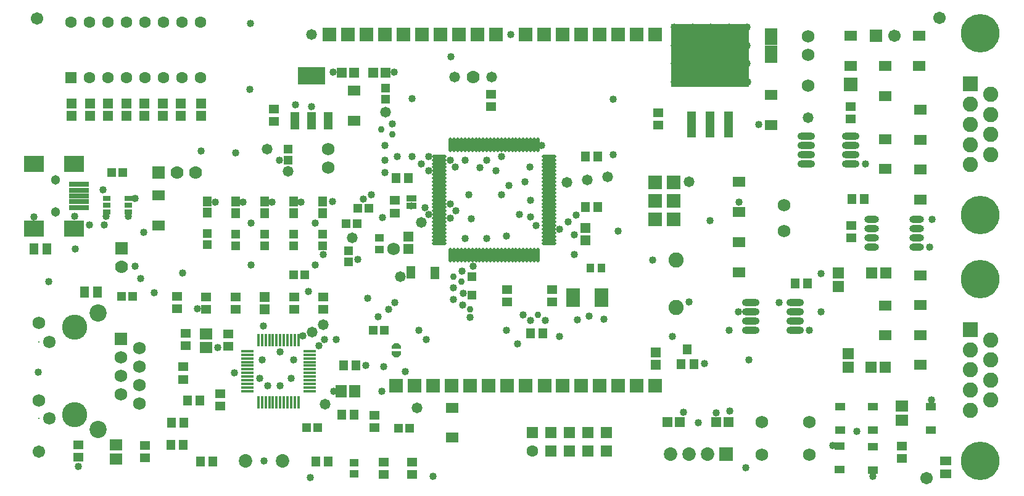
<source format=gts>
G04*
G04 #@! TF.GenerationSoftware,Altium Limited,Altium Designer,20.1.7 (139)*
G04*
G04 Layer_Color=8388736*
%FSLAX25Y25*%
%MOIN*%
G70*
G04*
G04 #@! TF.SameCoordinates,24E638B0-66B5-4ADB-958A-7C5563F4B5AF*
G04*
G04*
G04 #@! TF.FilePolarity,Negative*
G04*
G01*
G75*
%ADD70C,0.05800*%
%ADD71R,0.07099X0.05918*%
%ADD72C,0.07000*%
%ADD73R,0.05800X0.03800*%
%ADD74R,0.07493X0.10249*%
%ADD75R,0.04737X0.06800*%
%ADD76R,0.05130X0.05520*%
%ADD77R,0.05520X0.05130*%
%ADD78R,0.05000X0.04658*%
%ADD79O,0.01902X0.07887*%
%ADD80O,0.07887X0.01902*%
%ADD81R,0.05520X0.05600*%
%ADD82R,0.05600X0.04380*%
%ADD83R,0.04461X0.04658*%
%ADD84R,0.04658X0.04461*%
%ADD85R,0.04658X0.05000*%
%ADD86O,0.07887X0.04000*%
%ADD87O,0.09461X0.04000*%
%ADD88R,0.04658X0.05600*%
%ADD89R,0.06590X0.05800*%
%ADD90R,0.06310X0.05920*%
%ADD91R,0.06310X0.06400*%
%ADD92R,0.06300X0.04800*%
%ADD93R,0.06400X0.06310*%
%ADD94R,0.04800X0.06300*%
%ADD95R,0.03950X0.02810*%
%ADD96R,0.11036X0.02769*%
%ADD97R,0.10642X0.08674*%
%ADD98R,0.10642X0.08674*%
%ADD99R,0.04900X0.04900*%
%ADD100R,0.05920X0.07100*%
%ADD101R,0.07100X0.05920*%
%ADD102R,0.04950X0.13850*%
%ADD103R,0.42150X0.33950*%
%ADD104R,0.05100X0.09300*%
%ADD105R,0.14600X0.09300*%
%ADD106C,0.06706*%
%ADD107R,0.05600X0.05520*%
%ADD108R,0.04800X0.05300*%
%ADD109C,0.00900*%
%ADD110R,0.06710X0.01800*%
%ADD111R,0.01800X0.06710*%
%ADD112R,0.05131X0.05131*%
%ADD113R,0.07000X0.07000*%
%ADD114C,0.06800*%
%ADD115C,0.05131*%
%ADD116R,0.07000X0.07000*%
%ADD117C,0.07300*%
%ADD118C,0.06700*%
%ADD119R,0.06700X0.06700*%
%ADD120R,0.07300X0.07300*%
%ADD121R,0.06300X0.06300*%
%ADD122C,0.06300*%
%ADD123C,0.08200*%
%ADD124C,0.06310*%
%ADD125R,0.06310X0.06310*%
%ADD126C,0.13595*%
%ADD127R,0.06800X0.06800*%
%ADD128C,0.06784*%
%ADD129C,0.09300*%
%ADD130R,0.08200X0.08200*%
%ADD131C,0.20800*%
%ADD132R,0.07400X0.07400*%
%ADD133R,0.07800X0.07800*%
%ADD134C,0.04028*%
%ADD135C,0.03635*%
G36*
X369060Y229350D02*
Y227680D01*
X367440Y226100D01*
X365660D01*
X364140Y227680D01*
Y229350D01*
X369060D01*
D02*
G37*
G36*
X364140Y230730D02*
Y232400D01*
X365710Y233980D01*
X367490D01*
X369060Y232400D01*
Y230730D01*
X364140D01*
D02*
G37*
D70*
X480800Y323800D02*
D03*
X458800Y320800D02*
D03*
X469800Y322300D02*
D03*
X296800Y338800D02*
D03*
X308300Y326800D02*
D03*
X328300Y200800D02*
D03*
X589300Y355800D02*
D03*
X377800Y198800D02*
D03*
X525000Y321300D02*
D03*
X398300Y377800D02*
D03*
X418300D02*
D03*
X380300Y299300D02*
D03*
X327300Y243800D02*
D03*
X321300Y239800D02*
D03*
X342800Y290800D02*
D03*
X360800Y358800D02*
D03*
X368800Y269800D02*
D03*
X320800Y400800D02*
D03*
D71*
X569300Y391800D02*
D03*
Y398300D02*
D03*
Y401100D02*
D03*
Y388500D02*
D03*
D72*
X408300Y377800D02*
D03*
X218300Y275300D02*
D03*
X258150Y326030D02*
D03*
X248150D02*
D03*
D73*
X374800Y312300D02*
D03*
Y308300D02*
D03*
D74*
X462200Y258600D02*
D03*
X477636Y258596D02*
D03*
D75*
X374600Y272000D02*
D03*
X387575Y271810D02*
D03*
D76*
X244805Y178800D02*
D03*
X251495D02*
D03*
X251800Y190800D02*
D03*
X245110D02*
D03*
X253812Y202877D02*
D03*
X260502D02*
D03*
X366435Y323080D02*
D03*
X373125D02*
D03*
X475685Y307340D02*
D03*
X468995D02*
D03*
X475685Y334890D02*
D03*
X468995D02*
D03*
X588860Y265990D02*
D03*
X582170D02*
D03*
X260815Y169780D02*
D03*
X267505D02*
D03*
X329795Y169830D02*
D03*
X323105D02*
D03*
X344785Y221710D02*
D03*
X338095D02*
D03*
X343795Y195060D02*
D03*
X337105D02*
D03*
X612805Y311800D02*
D03*
X619495D02*
D03*
X439095Y239300D02*
D03*
X445785D02*
D03*
D77*
X230800Y171795D02*
D03*
Y178485D02*
D03*
X271713Y199812D02*
D03*
Y206502D02*
D03*
X251710Y214315D02*
D03*
Y221005D02*
D03*
X426470Y256145D02*
D03*
Y262835D02*
D03*
X451050Y256155D02*
D03*
Y262845D02*
D03*
X417800Y361795D02*
D03*
Y368485D02*
D03*
X639850Y171530D02*
D03*
Y178220D02*
D03*
X365800Y304305D02*
D03*
Y310995D02*
D03*
X612300Y361805D02*
D03*
Y355115D02*
D03*
X612510Y297480D02*
D03*
Y290790D02*
D03*
X252800Y239295D02*
D03*
Y232605D02*
D03*
X354800Y194805D02*
D03*
Y188115D02*
D03*
X375300Y162795D02*
D03*
Y169485D02*
D03*
X359800Y162795D02*
D03*
Y169485D02*
D03*
X275800Y238795D02*
D03*
Y232105D02*
D03*
X264000Y252070D02*
D03*
Y258760D02*
D03*
X248390Y259160D02*
D03*
Y252470D02*
D03*
X327060Y252240D02*
D03*
Y258930D02*
D03*
X311450Y252200D02*
D03*
Y258890D02*
D03*
X279850Y252200D02*
D03*
Y258890D02*
D03*
X508170Y358610D02*
D03*
Y351920D02*
D03*
X300490Y360480D02*
D03*
Y353790D02*
D03*
X194800Y178795D02*
D03*
Y172105D02*
D03*
D78*
X224300Y259300D02*
D03*
X218240D02*
D03*
X212790Y326040D02*
D03*
X218850D02*
D03*
X367800Y187800D02*
D03*
X373860D02*
D03*
X317320Y270960D02*
D03*
X311261D02*
D03*
X318170Y188230D02*
D03*
X324230D02*
D03*
X360300Y240800D02*
D03*
X354240D02*
D03*
X345501Y298600D02*
D03*
X339440D02*
D03*
X351801Y306800D02*
D03*
X345740D02*
D03*
D79*
X395960Y341000D02*
D03*
X397930D02*
D03*
X399890D02*
D03*
X401860D02*
D03*
X403830D02*
D03*
X405800D02*
D03*
X407770D02*
D03*
X409740D02*
D03*
X411710D02*
D03*
X413670D02*
D03*
X415640D02*
D03*
X417610D02*
D03*
X419580D02*
D03*
X421550D02*
D03*
X423520D02*
D03*
X425490D02*
D03*
X427450D02*
D03*
X429420D02*
D03*
X431390D02*
D03*
X433360D02*
D03*
X435330D02*
D03*
X437300D02*
D03*
X439270D02*
D03*
X441230D02*
D03*
X443200D02*
D03*
Y281560D02*
D03*
X441230D02*
D03*
X439270D02*
D03*
X437300D02*
D03*
X435330D02*
D03*
X433360D02*
D03*
X431390D02*
D03*
X429420D02*
D03*
X427450D02*
D03*
X425490D02*
D03*
X423520D02*
D03*
X421550D02*
D03*
X419580D02*
D03*
X417610D02*
D03*
X415640D02*
D03*
X413670D02*
D03*
X411710D02*
D03*
X409740D02*
D03*
X407770D02*
D03*
X405800D02*
D03*
X403830D02*
D03*
X401860D02*
D03*
X399890D02*
D03*
X397930D02*
D03*
X395960D02*
D03*
D80*
X449300Y334900D02*
D03*
Y332930D02*
D03*
Y330970D02*
D03*
Y329000D02*
D03*
Y327030D02*
D03*
Y325060D02*
D03*
Y323090D02*
D03*
Y321120D02*
D03*
Y319150D02*
D03*
Y317190D02*
D03*
Y315220D02*
D03*
Y313250D02*
D03*
Y311280D02*
D03*
Y309310D02*
D03*
Y307340D02*
D03*
Y305370D02*
D03*
Y303410D02*
D03*
Y301440D02*
D03*
Y299470D02*
D03*
Y297500D02*
D03*
Y295530D02*
D03*
Y293560D02*
D03*
Y291590D02*
D03*
Y289630D02*
D03*
Y287660D02*
D03*
X389860D02*
D03*
Y289630D02*
D03*
Y291590D02*
D03*
Y293560D02*
D03*
Y295530D02*
D03*
Y297500D02*
D03*
Y299470D02*
D03*
Y301440D02*
D03*
Y303410D02*
D03*
Y305370D02*
D03*
Y307340D02*
D03*
Y309310D02*
D03*
Y311280D02*
D03*
Y313250D02*
D03*
Y315220D02*
D03*
Y317190D02*
D03*
Y319150D02*
D03*
Y321120D02*
D03*
Y323090D02*
D03*
Y325060D02*
D03*
Y327030D02*
D03*
Y329000D02*
D03*
Y330970D02*
D03*
Y332930D02*
D03*
Y334900D02*
D03*
D81*
X373320Y284695D02*
D03*
Y291385D02*
D03*
X468740Y289605D02*
D03*
Y296295D02*
D03*
X295620Y252220D02*
D03*
Y258910D02*
D03*
X261110Y363435D02*
D03*
Y356745D02*
D03*
X250300Y363435D02*
D03*
Y356745D02*
D03*
X240460Y363435D02*
D03*
Y356745D02*
D03*
X230610Y363435D02*
D03*
Y356745D02*
D03*
X220810Y363435D02*
D03*
Y356745D02*
D03*
X210930Y363435D02*
D03*
Y356745D02*
D03*
X201090Y363435D02*
D03*
Y356745D02*
D03*
X191240Y363435D02*
D03*
Y356745D02*
D03*
X506800Y222295D02*
D03*
Y228985D02*
D03*
D82*
X624180Y165160D02*
D03*
Y177960D02*
D03*
X606360Y165380D02*
D03*
Y178180D02*
D03*
X624110Y186730D02*
D03*
Y199530D02*
D03*
X655720Y186810D02*
D03*
Y199610D02*
D03*
X606420Y186850D02*
D03*
Y199650D02*
D03*
D83*
X477500Y274500D02*
D03*
X471440D02*
D03*
D84*
X357570Y284599D02*
D03*
Y290659D02*
D03*
X343800Y169300D02*
D03*
Y163240D02*
D03*
D85*
X340860Y277790D02*
D03*
Y283850D02*
D03*
X295560Y292670D02*
D03*
Y286610D02*
D03*
X279790Y292670D02*
D03*
Y286610D02*
D03*
X327000Y292670D02*
D03*
Y286610D02*
D03*
X311380Y292670D02*
D03*
Y286610D02*
D03*
X264440Y293100D02*
D03*
Y287040D02*
D03*
D86*
X648000Y285800D02*
D03*
Y290800D02*
D03*
Y295800D02*
D03*
Y300800D02*
D03*
X623600Y285800D02*
D03*
Y290800D02*
D03*
Y295800D02*
D03*
Y300800D02*
D03*
D87*
X588300Y345800D02*
D03*
Y340800D02*
D03*
Y335800D02*
D03*
Y330800D02*
D03*
X612100Y345800D02*
D03*
Y340800D02*
D03*
Y335800D02*
D03*
Y330800D02*
D03*
X558300Y255800D02*
D03*
Y250800D02*
D03*
Y245800D02*
D03*
Y240800D02*
D03*
X582100Y255800D02*
D03*
Y250800D02*
D03*
Y245800D02*
D03*
Y240800D02*
D03*
D88*
X295560Y304289D02*
D03*
Y310349D02*
D03*
X279790Y304289D02*
D03*
Y310349D02*
D03*
X327000Y304289D02*
D03*
Y310349D02*
D03*
X311380Y304289D02*
D03*
Y310349D02*
D03*
X264430Y304329D02*
D03*
Y310389D02*
D03*
D89*
X649890Y311630D02*
D03*
Y327830D02*
D03*
X630800Y344300D02*
D03*
Y328100D02*
D03*
X649890Y360130D02*
D03*
Y343930D02*
D03*
X630800Y254300D02*
D03*
Y238100D02*
D03*
X649890Y222060D02*
D03*
Y238260D02*
D03*
Y270560D02*
D03*
Y254360D02*
D03*
X649305Y383800D02*
D03*
Y400000D02*
D03*
X569195Y351980D02*
D03*
Y368180D02*
D03*
X343805Y354300D02*
D03*
Y370500D02*
D03*
X238160Y297540D02*
D03*
Y313740D02*
D03*
X551900Y304900D02*
D03*
Y321100D02*
D03*
X396965Y182720D02*
D03*
Y198920D02*
D03*
X630795Y383800D02*
D03*
Y367600D02*
D03*
X551805Y272300D02*
D03*
Y288500D02*
D03*
X612305Y383800D02*
D03*
Y400000D02*
D03*
D90*
X605600Y271900D02*
D03*
Y264420D02*
D03*
D91*
X610805Y220800D02*
D03*
Y228280D02*
D03*
D92*
X663670Y170310D02*
D03*
Y163310D02*
D03*
D93*
X630800Y220800D02*
D03*
X623320D02*
D03*
X631190Y271910D02*
D03*
X623710D02*
D03*
D94*
X178000Y284700D02*
D03*
X171000D02*
D03*
X198310Y261390D02*
D03*
X205310D02*
D03*
D95*
X221745Y304815D02*
D03*
Y308515D02*
D03*
Y312215D02*
D03*
X210345D02*
D03*
Y308515D02*
D03*
Y304815D02*
D03*
D96*
X195100Y307190D02*
D03*
Y310340D02*
D03*
Y313490D02*
D03*
Y316640D02*
D03*
Y319790D02*
D03*
D97*
X192710Y295932D02*
D03*
D98*
Y330968D02*
D03*
X171057Y330970D02*
D03*
Y295930D02*
D03*
D99*
X308360Y338880D02*
D03*
Y332880D02*
D03*
X360800Y371800D02*
D03*
Y365800D02*
D03*
D100*
X336890Y207900D02*
D03*
X344370D02*
D03*
D101*
X263800Y238800D02*
D03*
Y231320D02*
D03*
X640050Y192180D02*
D03*
Y199660D02*
D03*
X215300Y171300D02*
D03*
Y178780D02*
D03*
D102*
X526300Y352000D02*
D03*
X536300D02*
D03*
X546300D02*
D03*
D103*
X536300Y389600D02*
D03*
D104*
X311800Y354200D02*
D03*
X320900D02*
D03*
X329900D02*
D03*
D105*
X320900Y378600D02*
D03*
D106*
X172500Y409600D02*
D03*
X660200Y409900D02*
D03*
X173400Y175200D02*
D03*
X653100Y160900D02*
D03*
D107*
X519975Y191190D02*
D03*
X513285D02*
D03*
X539655Y191200D02*
D03*
X546345D02*
D03*
X343805Y380200D02*
D03*
X337115D02*
D03*
X360805D02*
D03*
X354115D02*
D03*
D108*
X523910Y230630D02*
D03*
X527410Y222630D02*
D03*
X520410D02*
D03*
D109*
X173710Y193110D02*
D03*
Y234450D02*
D03*
D110*
X286095Y229510D02*
D03*
Y227610D02*
D03*
Y225610D02*
D03*
Y223610D02*
D03*
Y221710D02*
D03*
Y219710D02*
D03*
Y217710D02*
D03*
Y215710D02*
D03*
Y213810D02*
D03*
Y211810D02*
D03*
Y209810D02*
D03*
Y207910D02*
D03*
X319895D02*
D03*
Y209810D02*
D03*
Y211810D02*
D03*
Y213810D02*
D03*
Y215710D02*
D03*
Y217710D02*
D03*
Y219710D02*
D03*
Y221710D02*
D03*
Y223610D02*
D03*
Y225610D02*
D03*
Y227610D02*
D03*
Y229510D02*
D03*
D111*
X292190Y201805D02*
D03*
X294090D02*
D03*
X296090D02*
D03*
X298090D02*
D03*
X299990D02*
D03*
X301990D02*
D03*
X303990D02*
D03*
X305990D02*
D03*
X307890D02*
D03*
X309890D02*
D03*
X311890D02*
D03*
X313790D02*
D03*
Y235605D02*
D03*
X311890D02*
D03*
X309890D02*
D03*
X307890D02*
D03*
X305990D02*
D03*
X303990D02*
D03*
X301990D02*
D03*
X299990D02*
D03*
X298090D02*
D03*
X296090D02*
D03*
X294090D02*
D03*
X292190D02*
D03*
D112*
X407700Y269800D02*
D03*
Y259800D02*
D03*
D113*
X218300Y285300D02*
D03*
D114*
X564230Y191150D02*
D03*
X589820D02*
D03*
X564230Y173430D02*
D03*
X589820D02*
D03*
X330000Y338910D02*
D03*
Y328910D02*
D03*
X576070Y308430D02*
D03*
Y294430D02*
D03*
X589300Y399800D02*
D03*
Y389800D02*
D03*
X228000Y231200D02*
D03*
X218000Y226200D02*
D03*
X228000Y221200D02*
D03*
X218000Y216200D02*
D03*
X228000Y211200D02*
D03*
X218000Y206200D02*
D03*
X228000Y201200D02*
D03*
X173700Y244700D02*
D03*
Y202700D02*
D03*
X365300Y284800D02*
D03*
X589300Y373300D02*
D03*
D115*
X182710Y304790D02*
D03*
Y322110D02*
D03*
D116*
X238150Y326030D02*
D03*
D117*
X305290Y170130D02*
D03*
X285290D02*
D03*
X534930Y173800D02*
D03*
X524930D02*
D03*
X514930D02*
D03*
D118*
X635800Y400300D02*
D03*
D119*
X625800D02*
D03*
D120*
X544930Y173800D02*
D03*
D121*
X190850Y377570D02*
D03*
D122*
X200850D02*
D03*
X210850D02*
D03*
X220850D02*
D03*
X230850D02*
D03*
X240850D02*
D03*
X250850D02*
D03*
X260850D02*
D03*
Y407570D02*
D03*
X250850D02*
D03*
X240850D02*
D03*
X230850D02*
D03*
X220850D02*
D03*
X210850D02*
D03*
X200850D02*
D03*
X190850D02*
D03*
D123*
X517800Y253300D02*
D03*
Y278900D02*
D03*
X676730Y363110D02*
D03*
Y352210D02*
D03*
Y341310D02*
D03*
Y330410D02*
D03*
X687930Y368510D02*
D03*
Y357610D02*
D03*
Y346810D02*
D03*
Y335910D02*
D03*
X676730Y230240D02*
D03*
Y219340D02*
D03*
Y208440D02*
D03*
Y197540D02*
D03*
X687930Y235640D02*
D03*
Y224740D02*
D03*
Y213940D02*
D03*
Y203040D02*
D03*
D124*
X440330Y175630D02*
D03*
D125*
X440335Y185625D02*
D03*
X450335Y175625D02*
D03*
Y185625D02*
D03*
X460335Y175625D02*
D03*
Y185625D02*
D03*
X470335Y175625D02*
D03*
Y185625D02*
D03*
X480335Y175625D02*
D03*
Y185625D02*
D03*
D126*
X193000Y242320D02*
D03*
Y195080D02*
D03*
D127*
X218000Y236200D02*
D03*
D128*
X179220Y234450D02*
D03*
Y193110D02*
D03*
D129*
X205500Y250200D02*
D03*
Y187200D02*
D03*
D130*
X676730Y374010D02*
D03*
Y241140D02*
D03*
D131*
X682330Y401410D02*
D03*
Y303010D02*
D03*
Y268540D02*
D03*
Y170140D02*
D03*
D132*
X466630Y400840D02*
D03*
X456630Y210840D02*
D03*
X476630Y400840D02*
D03*
X486630D02*
D03*
X496630D02*
D03*
X506630D02*
D03*
X456630D02*
D03*
X446630D02*
D03*
X436630D02*
D03*
X420630D02*
D03*
X410630D02*
D03*
X400630D02*
D03*
X390630D02*
D03*
X380630D02*
D03*
X370630D02*
D03*
X360630D02*
D03*
X350630D02*
D03*
X466630Y210840D02*
D03*
X476630D02*
D03*
X486630D02*
D03*
X496630D02*
D03*
X506630D02*
D03*
X436630D02*
D03*
X426630D02*
D03*
X416630D02*
D03*
X406630D02*
D03*
X396630D02*
D03*
X386630D02*
D03*
X340630Y400840D02*
D03*
X330630D02*
D03*
X376630Y210840D02*
D03*
X366630D02*
D03*
X446800Y210800D02*
D03*
D133*
X516630Y310840D02*
D03*
X506630D02*
D03*
Y320840D02*
D03*
X516630D02*
D03*
Y300840D02*
D03*
X506630D02*
D03*
X612300Y373800D02*
D03*
D134*
X295000Y243100D02*
D03*
X517030Y375240D02*
D03*
X526870D02*
D03*
X536710D02*
D03*
X546560D02*
D03*
X556400D02*
D03*
X517020Y385090D02*
D03*
X526860D02*
D03*
X536700D02*
D03*
X546540D02*
D03*
X556390D02*
D03*
X517020Y394940D02*
D03*
X526860D02*
D03*
X536700D02*
D03*
X546540D02*
D03*
X556390D02*
D03*
X517010Y404780D02*
D03*
X526850D02*
D03*
X536690D02*
D03*
X546530D02*
D03*
X556380D02*
D03*
X395960Y309300D02*
D03*
X398800Y305500D02*
D03*
X395960Y301430D02*
D03*
X382300Y307300D02*
D03*
X384150Y303400D02*
D03*
X403850Y290610D02*
D03*
X420560Y327020D02*
D03*
X384150D02*
D03*
X380200Y330800D02*
D03*
X384150Y334890D02*
D03*
X395800Y332900D02*
D03*
X398700Y329000D02*
D03*
X415650Y290620D02*
D03*
X408300Y275500D02*
D03*
X315250Y310290D02*
D03*
X332300Y310400D02*
D03*
X427450Y319150D02*
D03*
X551430Y250800D02*
D03*
X524900Y256150D02*
D03*
X546590Y240960D02*
D03*
X283750Y310290D02*
D03*
X445180Y340790D02*
D03*
X299500Y310290D02*
D03*
X438800Y329300D02*
D03*
X360520Y340800D02*
D03*
X364460Y352610D02*
D03*
X403830Y332930D02*
D03*
X415650Y332910D02*
D03*
X439260Y311270D02*
D03*
X439300Y302300D02*
D03*
X655800Y203000D02*
D03*
X442220Y297490D02*
D03*
X459600Y299500D02*
D03*
X455010Y295520D02*
D03*
X539660Y196110D02*
D03*
X521800Y196600D02*
D03*
X505210Y278790D02*
D03*
X551900Y310000D02*
D03*
X562700Y352000D02*
D03*
X360520Y326040D02*
D03*
X268990Y310290D02*
D03*
X312180Y362940D02*
D03*
X351300Y258300D02*
D03*
X360300Y240800D02*
D03*
X402100Y272800D02*
D03*
X365900Y255700D02*
D03*
X397400Y263900D02*
D03*
X303800Y210800D02*
D03*
X297300D02*
D03*
X303800Y229000D02*
D03*
X324800Y232500D02*
D03*
X362600Y252200D02*
D03*
X402900Y260700D02*
D03*
X356900Y248300D02*
D03*
X397400Y257600D02*
D03*
X402400Y254400D02*
D03*
X555400Y166400D02*
D03*
X435330Y249260D02*
D03*
X464400Y246400D02*
D03*
X471000Y248400D02*
D03*
X462890Y281740D02*
D03*
Y292570D02*
D03*
X455000Y237600D02*
D03*
X426300Y240700D02*
D03*
X432370Y233520D02*
D03*
X382800Y235800D02*
D03*
X406600Y247700D02*
D03*
X371600Y218500D02*
D03*
X324300Y188200D02*
D03*
X317400Y271000D02*
D03*
X332980Y207930D02*
D03*
X348800Y311800D02*
D03*
X303440Y332930D02*
D03*
X596310Y250800D02*
D03*
Y271470D02*
D03*
X516040Y237460D02*
D03*
X546930Y197100D02*
D03*
X573540Y255800D02*
D03*
X353230Y314220D02*
D03*
X405790Y314230D02*
D03*
X327060Y281740D02*
D03*
X346000Y279100D02*
D03*
X602650Y178400D02*
D03*
X423520Y314220D02*
D03*
X624300Y161800D02*
D03*
X615450Y186270D02*
D03*
X320200Y161100D02*
D03*
X209930Y302410D02*
D03*
X225700Y275600D02*
D03*
X225680Y312260D02*
D03*
X221750Y302410D02*
D03*
X261110Y337850D02*
D03*
X251100Y271800D02*
D03*
X358800Y207800D02*
D03*
X533300Y222800D02*
D03*
X557300Y224800D02*
D03*
X486500Y294560D02*
D03*
X279800Y336890D02*
D03*
X359300Y301800D02*
D03*
X426300Y291800D02*
D03*
X287680Y371310D02*
D03*
X320800Y361800D02*
D03*
X428430Y400850D02*
D03*
X423510Y334900D02*
D03*
X483800Y335800D02*
D03*
X433350Y303410D02*
D03*
X436370Y321110D02*
D03*
X375300Y334800D02*
D03*
X360510Y332930D02*
D03*
X367300Y334800D02*
D03*
X192770Y302370D02*
D03*
X228560Y268830D02*
D03*
X235800Y261300D02*
D03*
X170950Y301990D02*
D03*
X654800Y285800D02*
D03*
X332490Y380340D02*
D03*
X365490D02*
D03*
X208800Y297800D02*
D03*
X200800D02*
D03*
X386500Y161900D02*
D03*
X260600Y202800D02*
D03*
X271700Y206500D02*
D03*
X244800Y178800D02*
D03*
X251800Y190800D02*
D03*
X311300Y224800D02*
D03*
X279300Y217800D02*
D03*
X270300Y231320D02*
D03*
X194800Y167300D02*
D03*
X259300Y252470D02*
D03*
X208300Y316700D02*
D03*
X294300Y224800D02*
D03*
X350200Y221700D02*
D03*
X319300Y261800D02*
D03*
X327800Y235800D02*
D03*
X373900Y187700D02*
D03*
X309800Y214800D02*
D03*
X292800D02*
D03*
X173300Y218300D02*
D03*
X295300Y170300D02*
D03*
X478800Y246800D02*
D03*
X589800Y240800D02*
D03*
X620300Y330800D02*
D03*
X656300Y300800D02*
D03*
X529800Y190800D02*
D03*
X288300Y276300D02*
D03*
X316300Y237800D02*
D03*
X334300Y235800D02*
D03*
X375300Y366300D02*
D03*
X287800Y406800D02*
D03*
X316000Y376400D02*
D03*
X321000D02*
D03*
X326000D02*
D03*
X316000Y380900D02*
D03*
X321000D02*
D03*
X326000D02*
D03*
X407300Y301300D02*
D03*
X411800Y328800D02*
D03*
X536300Y300300D02*
D03*
X463900Y303300D02*
D03*
X483800Y365800D02*
D03*
X396300Y388800D02*
D03*
X359800Y221300D02*
D03*
X378800Y240800D02*
D03*
X178800Y267300D02*
D03*
X193300Y284800D02*
D03*
X230300Y293800D02*
D03*
X288300Y298800D02*
D03*
X322800Y276300D02*
D03*
Y298800D02*
D03*
X374800Y308300D02*
D03*
X447100Y246000D02*
D03*
X439260Y246140D02*
D03*
D135*
X364460Y346710D02*
D03*
X358600Y349600D02*
D03*
X397400Y269700D02*
D03*
X406600Y252000D02*
D03*
X443203Y249260D02*
D03*
X402000Y267000D02*
D03*
M02*

</source>
